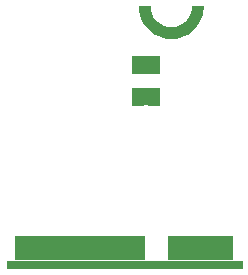
<source format=gbr>
%TF.GenerationSoftware,KiCad,Pcbnew,9.0.0*%
%TF.CreationDate,2025-05-23T16:01:07+04:00*%
%TF.ProjectId,02_06_sensor_temphumid_HDC3022DEJR,30325f30-365f-4736-956e-736f725f7465,rev?*%
%TF.SameCoordinates,Original*%
%TF.FileFunction,Soldermask,Bot*%
%TF.FilePolarity,Negative*%
%FSLAX46Y46*%
G04 Gerber Fmt 4.6, Leading zero omitted, Abs format (unit mm)*
G04 Created by KiCad (PCBNEW 9.0.0) date 2025-05-23 16:01:07*
%MOMM*%
%LPD*%
G01*
G04 APERTURE LIST*
G04 Aperture macros list*
%AMRoundRect*
0 Rectangle with rounded corners*
0 $1 Rounding radius*
0 $2 $3 $4 $5 $6 $7 $8 $9 X,Y pos of 4 corners*
0 Add a 4 corners polygon primitive as box body*
4,1,4,$2,$3,$4,$5,$6,$7,$8,$9,$2,$3,0*
0 Add four circle primitives for the rounded corners*
1,1,$1+$1,$2,$3*
1,1,$1+$1,$4,$5*
1,1,$1+$1,$6,$7*
1,1,$1+$1,$8,$9*
0 Add four rect primitives between the rounded corners*
20,1,$1+$1,$2,$3,$4,$5,0*
20,1,$1+$1,$4,$5,$6,$7,0*
20,1,$1+$1,$6,$7,$8,$9,0*
20,1,$1+$1,$8,$9,$2,$3,0*%
G04 Aperture macros list end*
%ADD10C,0.100000*%
%ADD11C,0.000000*%
%ADD12RoundRect,0.050000X-0.175000X-0.975000X0.175000X-0.975000X0.175000X0.975000X-0.175000X0.975000X0*%
%ADD13C,0.554000*%
%ADD14RoundRect,0.050000X-0.500000X-0.750000X0.500000X-0.750000X0.500000X0.750000X-0.500000X0.750000X0*%
G04 APERTURE END LIST*
D10*
X138550000Y-113950000D02*
X158450000Y-113950000D01*
X158450000Y-114500000D01*
X138550000Y-114500000D01*
X138550000Y-113950000D01*
G36*
X138550000Y-113950000D02*
G01*
X158450000Y-113950000D01*
X158450000Y-114500000D01*
X138550000Y-114500000D01*
X138550000Y-113950000D01*
G37*
D11*
%TO.C,J1*%
G36*
X150777686Y-92669501D02*
G01*
X150856638Y-92964152D01*
X150985556Y-93240617D01*
X151160522Y-93490495D01*
X151376222Y-93706195D01*
X151626100Y-93881161D01*
X151902565Y-94010079D01*
X152197216Y-94089031D01*
X152501100Y-94115617D01*
X152804984Y-94089031D01*
X153099635Y-94010079D01*
X153376100Y-93881161D01*
X153625978Y-93706195D01*
X153841678Y-93490495D01*
X154016644Y-93240617D01*
X154145562Y-92964152D01*
X154224514Y-92669501D01*
X154251100Y-92365617D01*
X155251100Y-92365617D01*
X155157396Y-93077369D01*
X155041769Y-93417996D01*
X154882670Y-93740617D01*
X154682822Y-94039711D01*
X154445644Y-94310161D01*
X154175194Y-94547339D01*
X153876100Y-94747187D01*
X153553479Y-94906286D01*
X153212852Y-95021913D01*
X152860047Y-95092090D01*
X152501100Y-95115617D01*
X152142153Y-95092090D01*
X151789348Y-95021913D01*
X151448721Y-94906286D01*
X151126100Y-94747187D01*
X150827006Y-94547339D01*
X150556556Y-94310161D01*
X150319378Y-94039711D01*
X150119530Y-93740617D01*
X149960431Y-93417996D01*
X149844804Y-93077369D01*
X149774627Y-92724564D01*
X149751100Y-92365617D01*
X150751100Y-92365617D01*
X150777686Y-92669501D01*
G37*
%TO.C,JP2*%
G36*
X150200000Y-98050000D02*
G01*
X150500000Y-98050000D01*
X150500000Y-96550000D01*
X150200000Y-96550000D01*
X150200000Y-98050000D01*
G37*
%TO.C,JP1*%
G36*
X150200000Y-100750000D02*
G01*
X150500000Y-100750000D01*
X150500000Y-99250000D01*
X150200000Y-99250000D01*
X150200000Y-100750000D01*
G37*
%TD*%
D12*
%TO.C,J1*%
X157501100Y-112840617D03*
X157001100Y-112840617D03*
X156501100Y-112840617D03*
X156001100Y-112840617D03*
X155501100Y-112840617D03*
X155001100Y-112840617D03*
X154501100Y-112840617D03*
X154001100Y-112840617D03*
X153501100Y-112840617D03*
X153001100Y-112840617D03*
X152501100Y-112840617D03*
X150001100Y-112840617D03*
X149501100Y-112840617D03*
X149001100Y-112840617D03*
X148501100Y-112840617D03*
X148001100Y-112840617D03*
X147501100Y-112840617D03*
X147001100Y-112840617D03*
X146501100Y-112840617D03*
X146001100Y-112840617D03*
X145501100Y-112840617D03*
X145001100Y-112840617D03*
X144501100Y-112840617D03*
X144001100Y-112840617D03*
X143501100Y-112840617D03*
X143001100Y-112840617D03*
X142501100Y-112840617D03*
X142001100Y-112840617D03*
X141501100Y-112840617D03*
X141001100Y-112840617D03*
X140501100Y-112840617D03*
X140001100Y-112840617D03*
X139501100Y-112840617D03*
D13*
X150401100Y-93365617D03*
X152501100Y-94665617D03*
X154601100Y-93365617D03*
%TD*%
D14*
%TO.C,JP2*%
X149700000Y-97300000D03*
X151000000Y-97300000D03*
%TD*%
%TO.C,JP1*%
X149700000Y-100000000D03*
X151000000Y-100000000D03*
%TD*%
M02*

</source>
